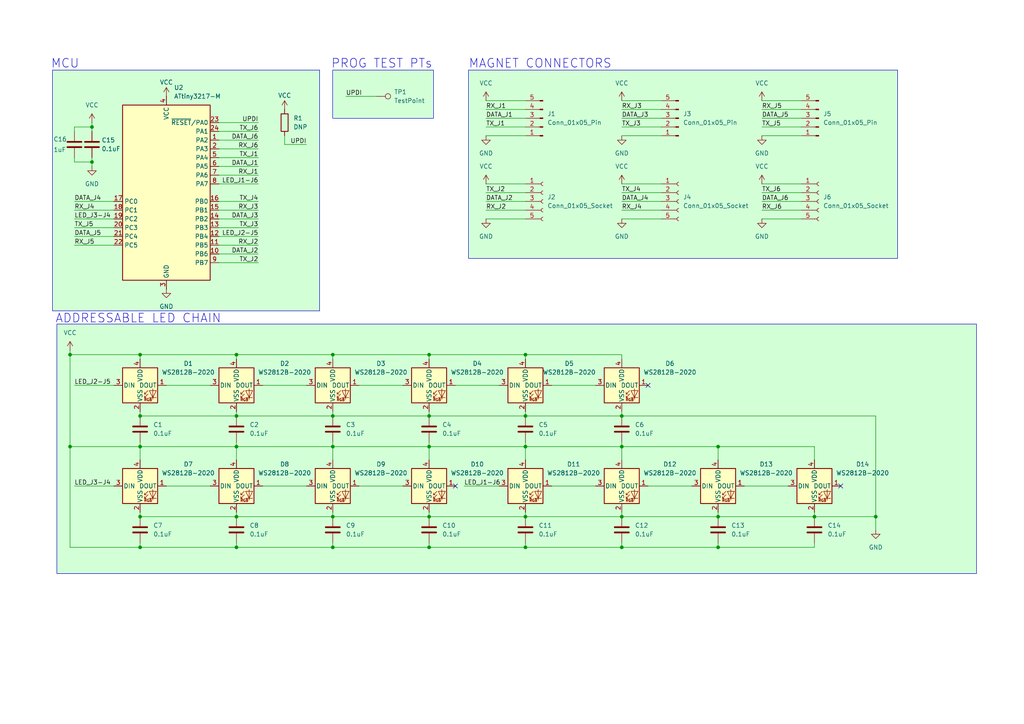
<source format=kicad_sch>
(kicad_sch (version 20231120) (generator "eeschema") (generator_version "8.0")
  (paper "A4")
  (title_block (title "PCB Tile Game") (rev "0.1"))
  (lib_symbols
    (symbol "Connector:Conn_01x05_Pin" (pin_names (offset 1.016) hide)
      (property "Reference" "J" (at 0 7.62 0))
      (property "Value" "Conn_01x05_Pin" (at 0 -7.62 0))
      (symbol "Conn_01x05_Pin_1_1"
        (polyline (pts (xy 1.27 -5.08) (xy 0.8636 -5.08)) (stroke (width 0.1524)))
        (polyline (pts (xy 1.27 -2.54) (xy 0.8636 -2.54)) (stroke (width 0.1524)))
        (polyline (pts (xy 1.27 0) (xy 0.8636 0)) (stroke (width 0.1524)))
        (polyline (pts (xy 1.27 2.54) (xy 0.8636 2.54)) (stroke (width 0.1524)))
        (polyline (pts (xy 1.27 5.08) (xy 0.8636 5.08)) (stroke (width 0.1524)))
        (rectangle (start 0.8636 -4.953) (end 0 -5.207) (stroke (width 0.1524)) (fill (type outline)))
        (rectangle (start 0.8636 -2.413) (end 0 -2.667) (stroke (width 0.1524)) (fill (type outline)))
        (rectangle (start 0.8636 0.127) (end 0 -0.127) (stroke (width 0.1524)) (fill (type outline)))
        (rectangle (start 0.8636 2.667) (end 0 2.413) (stroke (width 0.1524)) (fill (type outline)))
        (rectangle (start 0.8636 5.207) (end 0 4.953) (stroke (width 0.1524)) (fill (type outline)))
        (pin passive line (at 5.08 5.08 180) (length 3.81) (name "Pin_1") (number "1"))
        (pin passive line (at 5.08 2.54 180) (length 3.81) (name "Pin_2") (number "2"))
        (pin passive line (at 5.08 0 180) (length 3.81) (name "Pin_3") (number "3"))
        (pin passive line (at 5.08 -2.54 180) (length 3.81) (name "Pin_4") (number "4"))
        (pin passive line (at 5.08 -5.08 180) (length 3.81) (name "Pin_5") (number "5"))
      )
    )
    (symbol "Connector:Conn_01x05_Socket" (pin_names (offset 1.016) hide)
      (property "Reference" "J" (at 0 7.62 0))
      (property "Value" "Conn_01x05_Socket" (at 0 -7.62 0))
      (symbol "Conn_01x05_Socket_1_1"
        (arc (start 0 -4.572) (mid -0.5058 -5.08) (end 0 -5.588) (stroke (width 0.1524)))
        (arc (start 0 -2.032) (mid -0.5058 -2.54) (end 0 -3.048) (stroke (width 0.1524)))
        (polyline (pts (xy -1.27 -5.08) (xy -0.508 -5.08)) (stroke (width 0.1524)))
        (polyline (pts (xy -1.27 -2.54) (xy -0.508 -2.54)) (stroke (width 0.1524)))
        (polyline (pts (xy -1.27 0) (xy -0.508 0)) (stroke (width 0.1524)))
        (polyline (pts (xy -1.27 2.54) (xy -0.508 2.54)) (stroke (width 0.1524)))
        (polyline (pts (xy -1.27 5.08) (xy -0.508 5.08)) (stroke (width 0.1524)))
        (arc (start 0 0.508) (mid -0.5058 0) (end 0 -0.508) (stroke (width 0.1524)))
        (arc (start 0 3.048) (mid -0.5058 2.54) (end 0 2.032) (stroke (width 0.1524)))
        (arc (start 0 5.588) (mid -0.5058 5.08) (end 0 4.572) (stroke (width 0.1524)))
        (pin passive line (at -5.08 5.08 0) (length 3.81) (name "Pin_1") (number "1"))
        (pin passive line (at -5.08 2.54 0) (length 3.81) (name "Pin_2") (number "2"))
        (pin passive line (at -5.08 0 0) (length 3.81) (name "Pin_3") (number "3"))
        (pin passive line (at -5.08 -2.54 0) (length 3.81) (name "Pin_4") (number "4"))
        (pin passive line (at -5.08 -5.08 0) (length 3.81) (name "Pin_5") (number "5"))
      )
    )
    (symbol "Connector:TestPoint" (pin_numbers hide) (pin_names (offset 0.762) hide)
      (property "Reference" "TP" (at 0 6.858 0))
      (property "Value" "TestPoint" (at 0 5.08 0))
      (symbol "TestPoint_0_1"
        (circle (center 0 3.302) (radius 0.762))
      )
      (symbol "TestPoint_1_1"
        (pin passive line (at 0 0 90) (length 2.54) (name "1") (number "1"))
      )
    )
    (symbol "Device:C" (pin_numbers hide) (pin_names (offset 0.254))
      (property "Reference" "C" (at 0.635 2.54 0))
      (property "Value" "C" (at 0.635 -2.54 0))
      (symbol "C_0_1"
        (polyline (pts (xy -2.032 -0.762) (xy 2.032 -0.762)) (stroke (width 0.508)))
        (polyline (pts (xy -2.032 0.762) (xy 2.032 0.762)) (stroke (width 0.508)))
      )
      (symbol "C_1_1"
        (pin passive line (at 0 3.81 270) (length 2.794) (name "~") (number "1"))
        (pin passive line (at 0 -3.81 90) (length 2.794) (name "~") (number "2"))
      )
    )
    (symbol "Device:R" (pin_numbers hide) (pin_names (offset 0))
      (property "Reference" "R" (at 2.032 0 90))
      (property "Value" "R" (at 0 0 90))
      (symbol "R_0_1"
        (rectangle (start -1.016 -2.54) (end 1.016 2.54) (stroke (width 0.254)))
      )
      (symbol "R_1_1"
        (pin passive line (at 0 3.81 270) (length 1.27) (name "~") (number "1"))
        (pin passive line (at 0 -3.81 90) (length 1.27) (name "~") (number "2"))
      )
    )
    (symbol "LED:WS2812B-2020" (pin_names (offset 0.254))
      (property "Reference" "D" (at 5.08 5.715 0))
      (property "Value" "WS2812B-2020" (at 1.27 -5.715 0))
      (symbol "WS2812B-2020_0_0"
        (text "RGB" (at 2.286 -4.191 0) (effects (font (size 0.762 0.762))))
      )
      (symbol "WS2812B-2020_0_1"
        (polyline (pts (xy 1.27 -3.556) (xy 1.778 -3.556)))
        (polyline (pts (xy 1.27 -2.54) (xy 1.778 -2.54)))
        (polyline (pts (xy 4.699 -3.556) (xy 2.667 -3.556)))
        (polyline (pts (xy 2.286 -2.54) (xy 1.27 -3.556) (xy 1.27 -3.048)))
        (polyline (pts (xy 2.286 -1.524) (xy 1.27 -2.54) (xy 1.27 -2.032)))
        (polyline (pts (xy 3.683 -1.016) (xy 3.683 -3.556) (xy 3.683 -4.064)))
        (polyline (pts (xy 4.699 -1.524) (xy 2.667 -1.524) (xy 3.683 -3.556) (xy 4.699 -1.524)))
        (rectangle (start 5.08 5.08) (end -5.08 -5.08) (stroke (width 0.254)) (fill (type background)))
      )
      (symbol "WS2812B-2020_1_1"
        (pin output line (at 7.62 0 180) (length 2.54) (name "DOUT") (number "1"))
        (pin power_in line (at 0 -7.62 90) (length 2.54) (name "VSS") (number "2"))
        (pin input line (at -7.62 0 0) (length 2.54) (name "DIN") (number "3"))
        (pin power_in line (at 0 7.62 270) (length 2.54) (name "VDD") (number "4"))
      )
    )
    (symbol "MCU_Microchip_ATtiny:ATtiny3217-M"
      (property "Reference" "U" (at -12.7 26.67 0))
      (property "Value" "ATtiny3217-M" (at 2.54 -26.67 0))
      (symbol "ATtiny3217-M_0_1"
        (rectangle (start -12.7 -25.4) (end 12.7 25.4) (stroke (width 0.254)) (fill (type background)))
      )
      (symbol "ATtiny3217-M_1_1"
        (pin bidirectional line (at 15.24 15.24 180) (length 2.54) (name "PA2") (number "1"))
        (pin bidirectional line (at 15.24 -17.78 180) (length 2.54) (name "PB6") (number "10"))
        (pin bidirectional line (at 15.24 -15.24 180) (length 2.54) (name "PB5") (number "11"))
        (pin bidirectional line (at 15.24 -12.7 180) (length 2.54) (name "PB4") (number "12"))
        (pin bidirectional line (at 15.24 -10.16 180) (length 2.54) (name "PB3") (number "13"))
        (pin bidirectional line (at 15.24 -7.62 180) (length 2.54) (name "PB2") (number "14"))
        (pin bidirectional line (at 15.24 -5.08 180) (length 2.54) (name "PB1") (number "15"))
        (pin bidirectional line (at 15.24 -2.54 180) (length 2.54) (name "PB0") (number "16"))
        (pin bidirectional line (at -15.24 -2.54 0) (length 2.54) (name "PC0") (number "17"))
        (pin bidirectional line (at -15.24 -5.08 0) (length 2.54) (name "PC1") (number "18"))
        (pin bidirectional line (at -15.24 -7.62 0) (length 2.54) (name "PC2") (number "19"))
        (pin bidirectional line (at 15.24 12.7 180) (length 2.54) (name "PA3") (number "2"))
        (pin bidirectional line (at -15.24 -10.16 0) (length 2.54) (name "PC3") (number "20"))
        (pin bidirectional line (at -15.24 -12.7 0) (length 2.54) (name "PC4") (number "21"))
        (pin bidirectional line (at -15.24 -15.24 0) (length 2.54) (name "PC5") (number "22"))
        (pin bidirectional line (at 15.24 20.32 180) (length 2.54) (name "~{RESET}/PA0") (number "23"))
        (pin bidirectional line (at 15.24 17.78 180) (length 2.54) (name "PA1") (number "24"))
        (pin passive line (at 0 -27.94 90) (length 2.54) hide (name "GND") (number "25"))
        (pin power_in line (at 0 -27.94 90) (length 2.54) (name "GND") (number "3"))
        (pin power_in line (at 0 27.94 270) (length 2.54) (name "VCC") (number "4"))
        (pin bidirectional line (at 15.24 10.16 180) (length 2.54) (name "PA4") (number "5"))
        (pin bidirectional line (at 15.24 7.62 180) (length 2.54) (name "PA5") (number "6"))
        (pin bidirectional line (at 15.24 5.08 180) (length 2.54) (name "PA6") (number "7"))
        (pin bidirectional line (at 15.24 2.54 180) (length 2.54) (name "PA7") (number "8"))
        (pin bidirectional line (at 15.24 -20.32 180) (length 2.54) (name "PB7") (number "9"))
      )
    )
    (symbol "power:GND" (power) (pin_numbers hide) (pin_names (offset 0) hide)
      (property "Value" "GND" (at 0 -3.81 0))
      (symbol "GND_0_1"
        (polyline (pts (xy 0 0) (xy 0 -1.27) (xy 1.27 -1.27) (xy 0 -2.54) (xy -1.27 -1.27) (xy 0 -1.27)))
      )
      (symbol "GND_1_1"
        (pin power_in line (at 0 0 270) (length 0) (name "~") (number "1"))
      )
    )
    (symbol "power:VCC" (power) (pin_numbers hide) (pin_names (offset 0) hide)
      (property "Value" "VCC" (at 0 3.556 0))
      (symbol "VCC_0_1"
        (polyline (pts (xy -0.762 1.27) (xy 0 2.54)))
        (polyline (pts (xy 0 0) (xy 0 2.54)))
        (polyline (pts (xy 0 2.54) (xy 0.762 1.27)))
      )
      (symbol "VCC_1_1"
        (pin power_in line (at 0 0 90) (length 0) (name "~") (number "1"))
      )
    )
  )
  (junction (at 124.46 102.87))
  (junction (at 40.64 102.87))
  (junction (at 152.4 158.75))
  (junction (at 152.4 102.87))
  (junction (at 152.4 120.65))
  (junction (at 26.67 46.99))
  (junction (at 68.58 129.54))
  (junction (at 96.52 158.75))
  (junction (at 68.58 158.75))
  (junction (at 180.34 149.86))
  (junction (at 208.28 158.75))
  (junction (at 96.52 149.86))
  (junction (at 40.64 149.86))
  (junction (at 124.46 129.54))
  (junction (at 124.46 158.75))
  (junction (at 68.58 102.87))
  (junction (at 96.52 102.87))
  (junction (at 20.32 129.54))
  (junction (at 40.64 129.54))
  (junction (at 68.58 149.86))
  (junction (at 236.22 149.86))
  (junction (at 40.64 120.65))
  (junction (at 124.46 120.65))
  (junction (at 20.32 102.87))
  (junction (at 96.52 120.65))
  (junction (at 96.52 129.54))
  (junction (at 180.34 120.65))
  (junction (at 180.34 129.54))
  (junction (at 208.28 129.54))
  (junction (at 124.46 149.86))
  (junction (at 254 149.86))
  (junction (at 26.67 36.83))
  (junction (at 152.4 149.86))
  (junction (at 68.58 120.65))
  (junction (at 208.28 149.86))
  (junction (at 40.64 158.75))
  (junction (at 152.4 129.54))
  (junction (at 180.34 158.75))
  (no_connect (at 187.96 111.76))
  (no_connect (at 243.84 140.97))
  (no_connect (at 132.08 140.97))
  (wire (pts (xy 208.28 129.54) (xy 208.28 133.35)))
  (wire (pts (xy 40.64 129.54) (xy 68.58 129.54)))
  (wire (pts (xy 40.64 102.87) (xy 68.58 102.87)))
  (wire (pts (xy 180.34 34.29) (xy 191.77 34.29)))
  (wire (pts (xy 26.67 48.26) (xy 26.67 46.99)))
  (wire (pts (xy 68.58 119.38) (xy 68.58 120.65)))
  (wire (pts (xy 63.5 63.5) (xy 74.93 63.5)))
  (wire (pts (xy 63.5 40.64) (xy 74.93 40.64)))
  (wire (pts (xy 236.22 148.59) (xy 236.22 149.86)))
  (wire (pts (xy 140.97 36.83) (xy 152.4 36.83)))
  (wire (pts (xy 124.46 119.38) (xy 124.46 120.65)))
  (wire (pts (xy 180.34 102.87) (xy 180.34 104.14)))
  (wire (pts (xy 152.4 158.75) (xy 180.34 158.75)))
  (wire (pts (xy 21.59 66.04) (xy 33.02 66.04)))
  (wire (pts (xy 124.46 102.87) (xy 152.4 102.87)))
  (wire (pts (xy 40.64 120.65) (xy 68.58 120.65)))
  (wire (pts (xy 208.28 148.59) (xy 208.28 149.86)))
  (wire (pts (xy 20.32 102.87) (xy 40.64 102.87)))
  (wire (pts (xy 63.5 53.34) (xy 74.93 53.34)))
  (wire (pts (xy 21.59 63.5) (xy 33.02 63.5)))
  (wire (pts (xy 124.46 128.27) (xy 124.46 129.54)))
  (wire (pts (xy 20.32 158.75) (xy 20.32 129.54)))
  (wire (pts (xy 63.5 58.42) (xy 74.93 58.42)))
  (wire (pts (xy 68.58 129.54) (xy 96.52 129.54)))
  (wire (pts (xy 40.64 120.65) (xy 40.64 119.38)))
  (wire (pts (xy 63.5 43.18) (xy 74.93 43.18)))
  (wire (pts (xy 63.5 60.96) (xy 74.93 60.96)))
  (wire (pts (xy 21.59 36.83) (xy 21.59 38.1)))
  (wire (pts (xy 96.52 129.54) (xy 124.46 129.54)))
  (wire (pts (xy 140.97 53.34) (xy 152.4 53.34)))
  (wire (pts (xy 40.64 148.59) (xy 40.64 149.86)))
  (wire (pts (xy 63.5 48.26) (xy 74.93 48.26)))
  (wire (pts (xy 40.64 129.54) (xy 40.64 133.35)))
  (wire (pts (xy 124.46 129.54) (xy 152.4 129.54)))
  (wire (pts (xy 63.5 45.72) (xy 74.93 45.72)))
  (wire (pts (xy 180.34 120.65) (xy 254 120.65)))
  (wire (pts (xy 152.4 149.86) (xy 180.34 149.86)))
  (wire (pts (xy 236.22 158.75) (xy 236.22 157.48)))
  (wire (pts (xy 96.52 158.75) (xy 124.46 158.75)))
  (wire (pts (xy 152.4 120.65) (xy 180.34 120.65)))
  (wire (pts (xy 63.5 73.66) (xy 74.93 73.66)))
  (wire (pts (xy 21.59 60.96) (xy 33.02 60.96)))
  (wire (pts (xy 96.52 120.65) (xy 124.46 120.65)))
  (wire (pts (xy 208.28 149.86) (xy 236.22 149.86)))
  (wire (pts (xy 124.46 148.59) (xy 124.46 149.86)))
  (wire (pts (xy 220.98 34.29) (xy 232.41 34.29)))
  (wire (pts (xy 140.97 31.75) (xy 152.4 31.75)))
  (wire (pts (xy 140.97 55.88) (xy 152.4 55.88)))
  (wire (pts (xy 40.64 158.75) (xy 68.58 158.75)))
  (wire (pts (xy 124.46 129.54) (xy 124.46 133.35)))
  (wire (pts (xy 180.34 36.83) (xy 191.77 36.83)))
  (wire (pts (xy 21.59 71.12) (xy 33.02 71.12)))
  (wire (pts (xy 21.59 36.83) (xy 26.67 36.83)))
  (wire (pts (xy 96.52 102.87) (xy 96.52 104.14)))
  (wire (pts (xy 76.2 140.97) (xy 88.9 140.97)))
  (wire (pts (xy 160.02 111.76) (xy 172.72 111.76)))
  (wire (pts (xy 26.67 46.99) (xy 21.59 46.99)))
  (wire (pts (xy 100.33 27.94) (xy 109.22 27.94)))
  (wire (pts (xy 180.34 129.54) (xy 180.34 128.27)))
  (wire (pts (xy 124.46 120.65) (xy 152.4 120.65)))
  (wire (pts (xy 180.34 149.86) (xy 208.28 149.86)))
  (wire (pts (xy 124.46 149.86) (xy 152.4 149.86)))
  (wire (pts (xy 40.64 129.54) (xy 20.32 129.54)))
  (wire (pts (xy 26.67 46.99) (xy 26.67 45.72)))
  (wire (pts (xy 63.5 76.2) (xy 74.93 76.2)))
  (wire (pts (xy 220.98 31.75) (xy 232.41 31.75)))
  (wire (pts (xy 68.58 102.87) (xy 68.58 104.14)))
  (wire (pts (xy 68.58 102.87) (xy 96.52 102.87)))
  (wire (pts (xy 160.02 140.97) (xy 172.72 140.97)))
  (wire (pts (xy 124.46 102.87) (xy 124.46 104.14)))
  (wire (pts (xy 21.59 111.76) (xy 33.02 111.76)))
  (wire (pts (xy 152.4 129.54) (xy 180.34 129.54)))
  (wire (pts (xy 220.98 29.21) (xy 232.41 29.21)))
  (wire (pts (xy 104.14 111.76) (xy 116.84 111.76)))
  (wire (pts (xy 21.59 68.58) (xy 33.02 68.58)))
  (wire (pts (xy 68.58 120.65) (xy 96.52 120.65)))
  (wire (pts (xy 134.62 140.97) (xy 144.78 140.97)))
  (wire (pts (xy 68.58 158.75) (xy 68.58 157.48)))
  (wire (pts (xy 40.64 158.75) (xy 40.64 157.48)))
  (wire (pts (xy 96.52 158.75) (xy 96.52 157.48)))
  (wire (pts (xy 208.28 129.54) (xy 236.22 129.54)))
  (wire (pts (xy 76.2 111.76) (xy 88.9 111.76)))
  (wire (pts (xy 140.97 39.37) (xy 152.4 39.37)))
  (wire (pts (xy 48.26 140.97) (xy 60.96 140.97)))
  (wire (pts (xy 140.97 58.42) (xy 152.4 58.42)))
  (wire (pts (xy 21.59 58.42) (xy 33.02 58.42)))
  (wire (pts (xy 180.34 158.75) (xy 208.28 158.75)))
  (wire (pts (xy 180.34 119.38) (xy 180.34 120.65)))
  (wire (pts (xy 96.52 148.59) (xy 96.52 149.86)))
  (wire (pts (xy 20.32 102.87) (xy 20.32 129.54)))
  (wire (pts (xy 180.34 60.96) (xy 191.77 60.96)))
  (wire (pts (xy 254 120.65) (xy 254 149.86)))
  (wire (pts (xy 180.34 63.5) (xy 191.77 63.5)))
  (wire (pts (xy 180.34 129.54) (xy 208.28 129.54)))
  (wire (pts (xy 140.97 60.96) (xy 152.4 60.96)))
  (wire (pts (xy 96.52 129.54) (xy 96.52 133.35)))
  (wire (pts (xy 180.34 39.37) (xy 191.77 39.37)))
  (wire (pts (xy 20.32 102.87) (xy 20.32 101.6)))
  (wire (pts (xy 96.52 128.27) (xy 96.52 129.54)))
  (wire (pts (xy 152.4 158.75) (xy 152.4 157.48)))
  (wire (pts (xy 220.98 63.5) (xy 232.41 63.5)))
  (wire (pts (xy 180.34 53.34) (xy 191.77 53.34)))
  (wire (pts (xy 40.64 158.75) (xy 20.32 158.75)))
  (wire (pts (xy 63.5 68.58) (xy 74.93 68.58)))
  (wire (pts (xy 48.26 111.76) (xy 60.96 111.76)))
  (wire (pts (xy 124.46 158.75) (xy 152.4 158.75)))
  (wire (pts (xy 140.97 34.29) (xy 152.4 34.29)))
  (wire (pts (xy 63.5 71.12) (xy 74.93 71.12)))
  (wire (pts (xy 124.46 158.75) (xy 124.46 157.48)))
  (wire (pts (xy 40.64 128.27) (xy 40.64 129.54)))
  (wire (pts (xy 68.58 149.86) (xy 96.52 149.86)))
  (wire (pts (xy 68.58 128.27) (xy 68.58 129.54)))
  (wire (pts (xy 220.98 36.83) (xy 232.41 36.83)))
  (wire (pts (xy 220.98 53.34) (xy 232.41 53.34)))
  (wire (pts (xy 180.34 31.75) (xy 191.77 31.75)))
  (wire (pts (xy 220.98 60.96) (xy 232.41 60.96)))
  (wire (pts (xy 96.52 149.86) (xy 124.46 149.86)))
  (wire (pts (xy 180.34 129.54) (xy 180.34 133.35)))
  (wire (pts (xy 220.98 39.37) (xy 232.41 39.37)))
  (wire (pts (xy 152.4 148.59) (xy 152.4 149.86)))
  (wire (pts (xy 68.58 129.54) (xy 68.58 133.35)))
  (wire (pts (xy 215.9 140.97) (xy 228.6 140.97)))
  (wire (pts (xy 180.34 148.59) (xy 180.34 149.86)))
  (wire (pts (xy 220.98 58.42) (xy 232.41 58.42)))
  (wire (pts (xy 63.5 35.56) (xy 74.93 35.56)))
  (wire (pts (xy 96.52 102.87) (xy 124.46 102.87)))
  (wire (pts (xy 63.5 66.04) (xy 74.93 66.04)))
  (wire (pts (xy 187.96 140.97) (xy 200.66 140.97)))
  (wire (pts (xy 152.4 119.38) (xy 152.4 120.65)))
  (wire (pts (xy 236.22 149.86) (xy 254 149.86)))
  (wire (pts (xy 152.4 129.54) (xy 152.4 128.27)))
  (wire (pts (xy 40.64 102.87) (xy 40.64 104.14)))
  (wire (pts (xy 236.22 133.35) (xy 236.22 129.54)))
  (wire (pts (xy 152.4 129.54) (xy 152.4 133.35)))
  (wire (pts (xy 26.67 35.56) (xy 26.67 36.83)))
  (wire (pts (xy 68.58 148.59) (xy 68.58 149.86)))
  (wire (pts (xy 96.52 119.38) (xy 96.52 120.65)))
  (wire (pts (xy 180.34 55.88) (xy 191.77 55.88)))
  (wire (pts (xy 63.5 50.8) (xy 74.93 50.8)))
  (wire (pts (xy 180.34 58.42) (xy 191.77 58.42)))
  (wire (pts (xy 74.93 38.1) (xy 63.5 38.1)))
  (wire (pts (xy 40.64 149.86) (xy 68.58 149.86)))
  (wire (pts (xy 21.59 140.97) (xy 33.02 140.97)))
  (wire (pts (xy 208.28 158.75) (xy 236.22 158.75)))
  (wire (pts (xy 82.55 41.91) (xy 82.55 39.37)))
  (wire (pts (xy 220.98 55.88) (xy 232.41 55.88)))
  (wire (pts (xy 68.58 158.75) (xy 96.52 158.75)))
  (wire (pts (xy 88.9 41.91) (xy 82.55 41.91)))
  (wire (pts (xy 180.34 29.21) (xy 191.77 29.21)))
  (wire (pts (xy 152.4 102.87) (xy 180.34 102.87)))
  (wire (pts (xy 21.59 46.99) (xy 21.59 45.72)))
  (wire (pts (xy 26.67 36.83) (xy 26.67 38.1)))
  (wire (pts (xy 132.08 111.76) (xy 144.78 111.76)))
  (wire (pts (xy 104.14 140.97) (xy 116.84 140.97)))
  (wire (pts (xy 180.34 158.75) (xy 180.34 157.48)))
  (wire (pts (xy 254 149.86) (xy 254 153.67)))
  (wire (pts (xy 140.97 63.5) (xy 152.4 63.5)))
  (wire (pts (xy 152.4 102.87) (xy 152.4 104.14)))
  (wire (pts (xy 208.28 158.75) (xy 208.28 157.48)))
  (wire (pts (xy 140.97 29.21) (xy 152.4 29.21)))
  (rectangle (start 16.51 93.98) (end 283.21 166.37) (fill (type color) (color 211 255 215 1)))
  (rectangle (start 15.24 20.32) (end 92.71 90.17) (fill (type color) (color 211 255 215 1)))
  (rectangle (start 135.89 20.32) (end 260.35 74.93) (fill (type color) (color 211 255 215 1)))
  (rectangle (start 96.52 20.32) (end 125.73 34.29) (fill (type color) (color 211 255 215 1)))
  (text "PROG TEST PTs" (at 96.012 18.542 0) (effects (font (size 2.54 2.54)) (justify left)))
  (text "MCU" (at 14.732 18.542 0) (effects (font (size 2.54 2.54)) (justify left)))
  (text "ADDRESSABLE LED CHAIN" (at 16.002 92.456 0) (effects (font (size 2.54 2.54)) (justify left)))
  (text "MAGNET CONNECTORS" (at 135.89 18.542 0) (effects (font (size 2.54 2.54)) (justify left)))
  (label "RX_J1" (at 140.97 31.75 0))
  (label "TX_J5" (at 21.59 66.04 0))
  (label "RX_J3" (at 74.93 60.96 180))
  (label "DATA_J4" (at 21.59 58.42 0))
  (label "TX_J1" (at 74.93 45.72 180))
  (label "UPDI" (at 74.93 35.56 180))
  (label "RX_J6" (at 74.93 43.18 180))
  (label "DATA_J5" (at 220.98 34.29 0))
  (label "LED_J3-J4" (at 21.59 140.97 0))
  (label "TX_J6" (at 74.93 38.1 180))
  (label "DATA_J5" (at 21.59 68.58 0))
  (label "RX_J6" (at 220.98 60.96 0))
  (label "RX_J5" (at 21.59 71.12 0))
  (label "DATA_J1" (at 74.93 48.26 180))
  (label "LED_J1-J6" (at 74.93 53.34 180))
  (label "DATA_J2" (at 74.93 73.66 180))
  (label "UPDI" (at 88.9 41.91 180))
  (label "DATA_J3" (at 180.34 34.29 0))
  (label "DATA_J4" (at 180.34 58.42 0))
  (label "RX_J4" (at 21.59 60.96 0))
  (label "DATA_J1" (at 140.97 34.29 0))
  (label "RX_J2" (at 140.97 60.96 0))
  (label "LED_J1-J6" (at 134.62 140.97 0))
  (label "DATA_J2" (at 140.97 58.42 0))
  (label "LED_J3-J4" (at 21.59 63.5 0))
  (label "RX_J4" (at 180.34 60.96 0))
  (label "DATA_J6" (at 220.98 58.42 0))
  (label "RX_J2" (at 74.93 71.12 180))
  (label "LED_J2-J5" (at 21.59 111.76 0))
  (label "TX_J1" (at 140.97 36.83 0))
  (label "TX_J4" (at 180.34 55.88 0))
  (label "TX_J3" (at 180.34 36.83 0))
  (label "RX_J3" (at 180.34 31.75 0))
  (label "TX_J2" (at 140.97 55.88 0))
  (label "RX_J1" (at 74.93 50.8 180))
  (label "LED_J2-J5" (at 74.93 68.58 180))
  (label "TX_J2" (at 74.93 76.2 180))
  (label "TX_J6" (at 220.98 55.88 0))
  (label "TX_J3" (at 74.93 66.04 180))
  (label "UPDI" (at 100.33 27.94 0))
  (label "DATA_J3" (at 74.93 63.5 180))
  (label "TX_J5" (at 220.98 36.83 0))
  (label "TX_J4" (at 74.93 58.42 180))
  (label "RX_J5" (at 220.98 31.75 0))
  (label "DATA_J6" (at 74.93 40.64 180))
  (symbol (lib_id "Connector:TestPoint") (at 109.22 27.94 270) (unit 1)
    (property "Reference" "TP1" (at 114.3 26.6699 90) (effects (justify left)))
    (property "Value" "TestPoint" (at 114.3 29.2099 90) (effects (justify left)))
    (property "Footprint" "TestPoint:TestPoint_Pad_2.0x2.0mm" (effects (hide yes)))
    (property "Description" "test point" (effects (hide yes)))
  )
  (symbol (lib_id "power:GND") (at 140.97 63.5 0) (unit 1)
    (property "Reference" "#PWR04" (effects (hide yes)))
    (property "Value" "GND" (at 140.97 68.58 0))
    (property "Description" "Power symbol creates a global label with name \"GND\" , ground" (effects (hide yes)))
  )
  (symbol (lib_id "power:VCC") (at 26.67 35.56 0) (unit 1)
    (property "Reference" "#PWR015" (effects (hide yes)))
    (property "Value" "VCC" (at 26.67 30.48 0))
    (property "Description" "Power symbol creates a global label with name \"VCC\"" (effects (hide yes)))
  )
  (symbol (lib_id "LED:WS2812B-2020") (at 40.64 111.76 0) (unit 1)
    (property "Reference" "D1" (at 54.61 105.4414 0))
    (property "Value" "WS2812B-2020" (at 54.61 107.9814 0))
    (property "Footprint" "LED_SMD:LED_WS2812B-2020_PLCC4_2.0x2.0mm" (effects (hide yes)))
    (property "Datasheet" "https://cdn-shop.adafruit.com/product-files/4684/4684_WS2812B-2020_V1.3_EN.pdf" (effects (hide yes)))
    (property "Description" "RGB LED with integrated controller, 2.0 x 2.0 mm, 12 mA" (effects (hide yes)))
  )
  (symbol (lib_id "power:GND") (at 140.97 39.37 0) (unit 1)
    (property "Reference" "#PWR02" (effects (hide yes)))
    (property "Value" "GND" (at 140.97 44.45 0))
    (property "Description" "Power symbol creates a global label with name \"GND\" , ground" (effects (hide yes)))
  )
  (symbol (lib_id "power:VCC") (at 220.98 29.21 0) (unit 1)
    (property "Reference" "#PWR09" (effects (hide yes)))
    (property "Value" "VCC" (at 220.98 24.13 0))
    (property "Description" "Power symbol creates a global label with name \"VCC\"" (effects (hide yes)))
  )
  (symbol (lib_id "Device:C") (at 40.64 124.46 0) (unit 1)
    (property "Reference" "C1" (at 44.45 123.1899 0) (effects (justify left)))
    (property "Value" "0.1uF" (at 44.45 125.7299 0) (effects (justify left)))
    (property "Footprint" "Capacitor_SMD:C_0603_1608Metric_Pad1.08x0.95mm_HandSolder" (effects (hide yes)))
    (property "Description" "Unpolarized capacitor" (effects (hide yes)))
  )
  (symbol (lib_id "power:VCC") (at 180.34 29.21 0) (unit 1)
    (property "Reference" "#PWR05" (effects (hide yes)))
    (property "Value" "VCC" (at 180.34 24.13 0))
    (property "Description" "Power symbol creates a global label with name \"VCC\"" (effects (hide yes)))
  )
  (symbol (lib_id "Device:C") (at 124.46 153.67 0) (unit 1)
    (property "Reference" "C10" (at 128.27 152.3999 0) (effects (justify left)))
    (property "Value" "0.1uF" (at 128.27 154.9399 0) (effects (justify left)))
    (property "Footprint" "Capacitor_SMD:C_0603_1608Metric_Pad1.08x0.95mm_HandSolder" (effects (hide yes)))
    (property "Description" "Unpolarized capacitor" (effects (hide yes)))
  )
  (symbol (lib_id "power:GND") (at 180.34 63.5 0) (unit 1)
    (property "Reference" "#PWR08" (effects (hide yes)))
    (property "Value" "GND" (at 180.34 68.58 0))
    (property "Description" "Power symbol creates a global label with name \"GND\" , ground" (effects (hide yes)))
  )
  (symbol (lib_id "Device:C") (at 40.64 153.67 0) (unit 1)
    (property "Reference" "C7" (at 44.45 152.3999 0) (effects (justify left)))
    (property "Value" "0.1uF" (at 44.45 154.9399 0) (effects (justify left)))
    (property "Footprint" "Capacitor_SMD:C_0603_1608Metric_Pad1.08x0.95mm_HandSolder" (effects (hide yes)))
    (property "Description" "Unpolarized capacitor" (effects (hide yes)))
  )
  (symbol (lib_id "Connector:Conn_01x05_Socket") (at 157.48 58.42 0) (unit 1)
    (property "Reference" "J2" (at 158.75 57.1499 0) (effects (justify left)))
    (property "Value" "Conn_01x05_Socket" (at 158.75 59.6899 0) (effects (justify left)))
    (property "Footprint" "Connector_PinSocket_2.54mm:PinSocket_1x05_P2.54mm_Vertical" (effects (hide yes)))
    (property "Description" "Generic connector, single row, 01x05, script generated" (effects (hide yes)))
  )
  (symbol (lib_id "LED:WS2812B-2020") (at 152.4 111.76 0) (unit 1)
    (property "Reference" "D5" (at 165.1 105.4414 0))
    (property "Value" "WS2812B-2020" (at 165.1 107.9814 0))
    (property "Footprint" "LED_SMD:LED_WS2812B-2020_PLCC4_2.0x2.0mm" (effects (hide yes)))
    (property "Datasheet" "https://cdn-shop.adafruit.com/product-files/4684/4684_WS2812B-2020_V1.3_EN.pdf" (effects (hide yes)))
    (property "Description" "RGB LED with integrated controller, 2.0 x 2.0 mm, 12 mA" (effects (hide yes)))
  )
  (symbol (lib_id "LED:WS2812B-2020") (at 180.34 111.76 0) (unit 1)
    (property "Reference" "D6" (at 194.31 105.4414 0))
    (property "Value" "WS2812B-2020" (at 194.31 107.9814 0))
    (property "Footprint" "LED_SMD:LED_WS2812B-2020_PLCC4_2.0x2.0mm" (effects (hide yes)))
    (property "Datasheet" "https://cdn-shop.adafruit.com/product-files/4684/4684_WS2812B-2020_V1.3_EN.pdf" (effects (hide yes)))
    (property "Description" "RGB LED with integrated controller, 2.0 x 2.0 mm, 12 mA" (effects (hide yes)))
  )
  (symbol (lib_id "LED:WS2812B-2020") (at 124.46 111.76 0) (unit 1)
    (property "Reference" "D4" (at 138.43 105.4414 0))
    (property "Value" "WS2812B-2020" (at 138.43 107.9814 0))
    (property "Footprint" "LED_SMD:LED_WS2812B-2020_PLCC4_2.0x2.0mm" (effects (hide yes)))
    (property "Datasheet" "https://cdn-shop.adafruit.com/product-files/4684/4684_WS2812B-2020_V1.3_EN.pdf" (effects (hide yes)))
    (property "Description" "RGB LED with integrated controller, 2.0 x 2.0 mm, 12 mA" (effects (hide yes)))
  )
  (symbol (lib_id "Device:C") (at 21.59 41.91 0) (unit 1)
    (property "Reference" "C16" (at 15.494 40.386 0) (effects (justify left)))
    (property "Value" "1uF" (at 15.494 43.434 0) (effects (justify left)))
    (property "Footprint" "Capacitor_SMD:C_0603_1608Metric_Pad1.08x0.95mm_HandSolder" (effects (hide yes)))
    (property "Description" "Unpolarized capacitor" (effects (hide yes)))
  )
  (symbol (lib_id "LED:WS2812B-2020") (at 236.22 140.97 0) (unit 1)
    (property "Reference" "D14" (at 250.19 134.6514 0))
    (property "Value" "WS2812B-2020" (at 250.19 137.1914 0))
    (property "Footprint" "LED_SMD:LED_WS2812B-2020_PLCC4_2.0x2.0mm" (effects (hide yes)))
    (property "Datasheet" "https://cdn-shop.adafruit.com/product-files/4684/4684_WS2812B-2020_V1.3_EN.pdf" (effects (hide yes)))
    (property "Description" "RGB LED with integrated controller, 2.0 x 2.0 mm, 12 mA" (effects (hide yes)))
  )
  (symbol (lib_id "power:GND") (at 254 153.67 0) (unit 1)
    (property "Reference" "#PWR019" (effects (hide yes)))
    (property "Value" "GND" (at 254 158.75 0))
    (property "Description" "Power symbol creates a global label with name \"GND\" , ground" (effects (hide yes)))
  )
  (symbol (lib_id "power:GND") (at 220.98 63.5 0) (unit 1)
    (property "Reference" "#PWR012" (effects (hide yes)))
    (property "Value" "GND" (at 220.98 68.58 0))
    (property "Description" "Power symbol creates a global label with name \"GND\" , ground" (effects (hide yes)))
  )
  (symbol (lib_id "power:VCC") (at 48.26 27.94 0) (unit 1)
    (property "Reference" "#PWR013" (effects (hide yes)))
    (property "Value" "VCC" (at 48.26 23.876 0))
    (property "Description" "Power symbol creates a global label with name \"VCC\"" (effects (hide yes)))
  )
  (symbol (lib_id "power:VCC") (at 20.32 101.6 0) (unit 1)
    (property "Reference" "#PWR020" (effects (hide yes)))
    (property "Value" "VCC" (at 20.32 96.52 0))
    (property "Description" "Power symbol creates a global label with name \"VCC\"" (effects (hide yes)))
  )
  (symbol (lib_id "Device:C") (at 152.4 124.46 0) (unit 1)
    (property "Reference" "C5" (at 156.21 123.1899 0) (effects (justify left)))
    (property "Value" "0.1uF" (at 156.21 125.7299 0) (effects (justify left)))
    (property "Footprint" "Capacitor_SMD:C_0603_1608Metric_Pad1.08x0.95mm_HandSolder" (effects (hide yes)))
    (property "Description" "Unpolarized capacitor" (effects (hide yes)))
  )
  (symbol (lib_id "Device:C") (at 96.52 153.67 0) (unit 1)
    (property "Reference" "C9" (at 100.33 152.3999 0) (effects (justify left)))
    (property "Value" "0.1uF" (at 100.33 154.9399 0) (effects (justify left)))
    (property "Footprint" "Capacitor_SMD:C_0603_1608Metric_Pad1.08x0.95mm_HandSolder" (effects (hide yes)))
    (property "Description" "Unpolarized capacitor" (effects (hide yes)))
  )
  (symbol (lib_id "Connector:Conn_01x05_Pin") (at 237.49 34.29 180) (unit 1)
    (property "Reference" "J5" (at 238.76 33.0199 0) (effects (justify right)))
    (property "Value" "Conn_01x05_Pin" (at 238.76 35.5599 0) (effects (justify right)))
    (property "Footprint" "Connector_PinHeader_2.54mm:PinHeader_1x05_P2.54mm_Vertical" (effects (hide yes)))
    (property "Description" "Generic connector, single row, 01x05, script generated" (effects (hide yes)))
  )
  (symbol (lib_id "power:GND") (at 220.98 39.37 0) (unit 1)
    (property "Reference" "#PWR010" (effects (hide yes)))
    (property "Value" "GND" (at 220.98 44.45 0))
    (property "Description" "Power symbol creates a global label with name \"GND\" , ground" (effects (hide yes)))
  )
  (symbol (lib_id "power:GND") (at 48.26 83.82 0) (unit 1)
    (property "Reference" "#PWR014" (effects (hide yes)))
    (property "Value" "GND" (at 48.26 88.9 0))
    (property "Description" "Power symbol creates a global label with name \"GND\" , ground" (effects (hide yes)))
  )
  (symbol (lib_id "LED:WS2812B-2020") (at 68.58 111.76 0) (unit 1)
    (property "Reference" "D2" (at 82.55 105.4414 0))
    (property "Value" "WS2812B-2020" (at 82.55 107.9814 0))
    (property "Footprint" "LED_SMD:LED_WS2812B-2020_PLCC4_2.0x2.0mm" (effects (hide yes)))
    (property "Datasheet" "https://cdn-shop.adafruit.com/product-files/4684/4684_WS2812B-2020_V1.3_EN.pdf" (effects (hide yes)))
    (property "Description" "RGB LED with integrated controller, 2.0 x 2.0 mm, 12 mA" (effects (hide yes)))
  )
  (symbol (lib_id "Device:C") (at 208.28 153.67 0) (unit 1)
    (property "Reference" "C13" (at 212.09 152.3999 0) (effects (justify left)))
    (property "Value" "0.1uF" (at 212.09 154.9399 0) (effects (justify left)))
    (property "Footprint" "Capacitor_SMD:C_0603_1608Metric_Pad1.08x0.95mm_HandSolder" (effects (hide yes)))
    (property "Description" "Unpolarized capacitor" (effects (hide yes)))
  )
  (symbol (lib_id "Connector:Conn_01x05_Socket") (at 196.85 58.42 0) (unit 1)
    (property "Reference" "J4" (at 198.12 57.1499 0) (effects (justify left)))
    (property "Value" "Conn_01x05_Socket" (at 198.12 59.6899 0) (effects (justify left)))
    (property "Footprint" "Connector_PinSocket_2.54mm:PinSocket_1x05_P2.54mm_Vertical" (effects (hide yes)))
    (property "Description" "Generic connector, single row, 01x05, script generated" (effects (hide yes)))
  )
  (symbol (lib_id "LED:WS2812B-2020") (at 180.34 140.97 0) (unit 1)
    (property "Reference" "D12" (at 194.31 134.6514 0))
    (property "Value" "WS2812B-2020" (at 194.31 137.1914 0))
    (property "Footprint" "LED_SMD:LED_WS2812B-2020_PLCC4_2.0x2.0mm" (effects (hide yes)))
    (property "Datasheet" "https://cdn-shop.adafruit.com/product-files/4684/4684_WS2812B-2020_V1.3_EN.pdf" (effects (hide yes)))
    (property "Description" "RGB LED with integrated controller, 2.0 x 2.0 mm, 12 mA" (effects (hide yes)))
  )
  (symbol (lib_id "Device:C") (at 96.52 124.46 0) (unit 1)
    (property "Reference" "C3" (at 100.33 123.1899 0) (effects (justify left)))
    (property "Value" "0.1uF" (at 100.33 125.7299 0) (effects (justify left)))
    (property "Footprint" "Capacitor_SMD:C_0603_1608Metric_Pad1.08x0.95mm_HandSolder" (effects (hide yes)))
    (property "Description" "Unpolarized capacitor" (effects (hide yes)))
  )
  (symbol (lib_id "power:VCC") (at 220.98 53.34 0) (unit 1)
    (property "Reference" "#PWR011" (effects (hide yes)))
    (property "Value" "VCC" (at 220.98 48.26 0))
    (property "Description" "Power symbol creates a global label with name \"VCC\"" (effects (hide yes)))
  )
  (symbol (lib_id "Connector:Conn_01x05_Socket") (at 237.49 58.42 0) (unit 1)
    (property "Reference" "J6" (at 238.76 57.1499 0) (effects (justify left)))
    (property "Value" "Conn_01x05_Socket" (at 238.76 59.6899 0) (effects (justify left)))
    (property "Footprint" "Connector_PinSocket_2.54mm:PinSocket_1x05_P2.54mm_Vertical" (effects (hide yes)))
    (property "Description" "Generic connector, single row, 01x05, script generated" (effects (hide yes)))
  )
  (symbol (lib_id "LED:WS2812B-2020") (at 124.46 140.97 0) (unit 1)
    (property "Reference" "D10" (at 138.43 134.6514 0))
    (property "Value" "WS2812B-2020" (at 138.43 137.1914 0))
    (property "Footprint" "LED_SMD:LED_WS2812B-2020_PLCC4_2.0x2.0mm" (effects (hide yes)))
    (property "Datasheet" "https://cdn-shop.adafruit.com/product-files/4684/4684_WS2812B-2020_V1.3_EN.pdf" (effects (hide yes)))
    (property "Description" "RGB LED with integrated controller, 2.0 x 2.0 mm, 12 mA" (effects (hide yes)))
  )
  (symbol (lib_id "power:VCC") (at 140.97 53.34 0) (unit 1)
    (property "Reference" "#PWR03" (effects (hide yes)))
    (property "Value" "VCC" (at 140.97 48.26 0))
    (property "Description" "Power symbol creates a global label with name \"VCC\"" (effects (hide yes)))
  )
  (symbol (lib_id "Device:C") (at 26.67 41.91 0) (unit 1)
    (property "Reference" "C15" (at 29.464 40.64 0) (effects (justify left)))
    (property "Value" "0.1uF" (at 29.464 43.18 0) (effects (justify left)))
    (property "Footprint" "Capacitor_SMD:C_0603_1608Metric_Pad1.08x0.95mm_HandSolder" (effects (hide yes)))
    (property "Description" "Unpolarized capacitor" (effects (hide yes)))
  )
  (symbol (lib_id "Device:C") (at 180.34 153.67 0) (unit 1)
    (property "Reference" "C12" (at 184.15 152.3999 0) (effects (justify left)))
    (property "Value" "0.1uF" (at 184.15 154.9399 0) (effects (justify left)))
    (property "Footprint" "Capacitor_SMD:C_0603_1608Metric_Pad1.08x0.95mm_HandSolder" (effects (hide yes)))
    (property "Description" "Unpolarized capacitor" (effects (hide yes)))
  )
  (symbol (lib_id "LED:WS2812B-2020") (at 152.4 140.97 0) (unit 1)
    (property "Reference" "D11" (at 166.37 134.6514 0))
    (property "Value" "WS2812B-2020" (at 166.37 137.1914 0))
    (property "Footprint" "LED_SMD:LED_WS2812B-2020_PLCC4_2.0x2.0mm" (effects (hide yes)))
    (property "Datasheet" "https://cdn-shop.adafruit.com/product-files/4684/4684_WS2812B-2020_V1.3_EN.pdf" (effects (hide yes)))
    (property "Description" "RGB LED with integrated controller, 2.0 x 2.0 mm, 12 mA" (effects (hide yes)))
  )
  (symbol (lib_id "Device:C") (at 180.34 124.46 0) (unit 1)
    (property "Reference" "C6" (at 184.15 123.1899 0) (effects (justify left)))
    (property "Value" "0.1uF" (at 184.15 125.7299 0) (effects (justify left)))
    (property "Footprint" "Capacitor_SMD:C_0603_1608Metric_Pad1.08x0.95mm_HandSolder" (effects (hide yes)))
    (property "Description" "Unpolarized capacitor" (effects (hide yes)))
  )
  (symbol (lib_id "Device:C") (at 124.46 124.46 0) (unit 1)
    (property "Reference" "C4" (at 128.27 123.1899 0) (effects (justify left)))
    (property "Value" "0.1uF" (at 128.27 125.7299 0) (effects (justify left)))
    (property "Footprint" "Capacitor_SMD:C_0603_1608Metric_Pad1.08x0.95mm_HandSolder" (effects (hide yes)))
    (property "Description" "Unpolarized capacitor" (effects (hide yes)))
  )
  (symbol (lib_id "Device:C") (at 236.22 153.67 0) (unit 1)
    (property "Reference" "C14" (at 240.03 152.3999 0) (effects (justify left)))
    (property "Value" "0.1uF" (at 240.03 154.9399 0) (effects (justify left)))
    (property "Footprint" "Capacitor_SMD:C_0603_1608Metric_Pad1.08x0.95mm_HandSolder" (effects (hide yes)))
    (property "Description" "Unpolarized capacitor" (effects (hide yes)))
  )
  (symbol (lib_id "power:VCC") (at 140.97 29.21 0) (unit 1)
    (property "Reference" "#PWR01" (effects (hide yes)))
    (property "Value" "VCC" (at 140.97 24.13 0))
    (property "Description" "Power symbol creates a global label with name \"VCC\"" (effects (hide yes)))
  )
  (symbol (lib_id "Connector:Conn_01x05_Pin") (at 196.85 34.29 180) (unit 1)
    (property "Reference" "J3" (at 198.12 33.0199 0) (effects (justify right)))
    (property "Value" "Conn_01x05_Pin" (at 198.12 35.5599 0) (effects (justify right)))
    (property "Footprint" "Connector_PinHeader_2.54mm:PinHeader_1x05_P2.54mm_Vertical" (effects (hide yes)))
    (property "Description" "Generic connector, single row, 01x05, script generated" (effects (hide yes)))
  )
  (symbol (lib_id "LED:WS2812B-2020") (at 68.58 140.97 0) (unit 1)
    (property "Reference" "D8" (at 82.55 134.6514 0))
    (property "Value" "WS2812B-2020" (at 82.55 137.1914 0))
    (property "Footprint" "LED_SMD:LED_WS2812B-2020_PLCC4_2.0x2.0mm" (effects (hide yes)))
    (property "Datasheet" "https://cdn-shop.adafruit.com/product-files/4684/4684_WS2812B-2020_V1.3_EN.pdf" (effects (hide yes)))
    (property "Description" "RGB LED with integrated controller, 2.0 x 2.0 mm, 12 mA" (effects (hide yes)))
  )
  (symbol (lib_id "LED:WS2812B-2020") (at 96.52 140.97 0) (unit 1)
    (property "Reference" "D9" (at 110.49 134.6514 0))
    (property "Value" "WS2812B-2020" (at 110.49 137.1914 0))
    (property "Footprint" "LED_SMD:LED_WS2812B-2020_PLCC4_2.0x2.0mm" (effects (hide yes)))
    (property "Datasheet" "https://cdn-shop.adafruit.com/product-files/4684/4684_WS2812B-2020_V1.3_EN.pdf" (effects (hide yes)))
    (property "Description" "RGB LED with integrated controller, 2.0 x 2.0 mm, 12 mA" (effects (hide yes)))
  )
  (symbol (lib_id "MCU_Microchip_ATtiny:ATtiny3217-M") (at 48.26 55.88 0) (unit 1)
    (property "Reference" "U2" (at 50.4541 25.4 0) (effects (justify left)))
    (property "Value" "ATtiny3217-M" (at 50.4541 27.94 0) (effects (justify left)))
    (property "Footprint" "Package_DFN_QFN:QFN-24-1EP_4x4mm_P0.5mm_EP2.6x2.6mm" (effects (hide yes)))
    (property "Datasheet" "http://ww1.microchip.com/downloads/en/DeviceDoc/ATtiny3217_1617-Data-Sheet-40001999B.pdf" (effects (hide yes)))
    (property "Description" "20MHz, 32kB Flash, 2kB SRAM, 256B EEPROM, VQFN-24" (effects (hide yes)))
  )
  (symbol (lib_id "Device:R") (at 82.55 35.56 0) (unit 1)
    (property "Reference" "R1" (at 85.09 34.2899 0) (effects (justify left)))
    (property "Value" "DNP" (at 85.09 36.8299 0) (effects (justify left)))
    (property "Footprint" "Resistor_SMD:R_0603_1608Metric_Pad0.98x0.95mm_HandSolder" (effects (hide yes)))
    (property "Description" "Resistor" (effects (hide yes)))
  )
  (symbol (lib_id "power:GND") (at 26.67 48.26 0) (unit 1)
    (property "Reference" "#PWR016" (effects (hide yes)))
    (property "Value" "GND" (at 26.67 53.34 0))
    (property "Description" "Power symbol creates a global label with name \"GND\" , ground" (effects (hide yes)))
  )
  (symbol (lib_id "Device:C") (at 68.58 124.46 0) (unit 1)
    (property "Reference" "C2" (at 72.39 123.1899 0) (effects (justify left)))
    (property "Value" "0.1uF" (at 72.39 125.7299 0) (effects (justify left)))
    (property "Footprint" "Capacitor_SMD:C_0603_1608Metric_Pad1.08x0.95mm_HandSolder" (effects (hide yes)))
    (property "Description" "Unpolarized capacitor" (effects (hide yes)))
  )
  (symbol (lib_id "Connector:Conn_01x05_Pin") (at 157.48 34.29 180) (unit 1)
    (property "Reference" "J1" (at 158.75 33.0199 0) (effects (justify right)))
    (property "Value" "Conn_01x05_Pin" (at 158.75 35.5599 0) (effects (justify right)))
    (property "Footprint" "Connector_PinHeader_2.54mm:PinHeader_1x05_P2.54mm_Vertical" (effects (hide yes)))
    (property "Description" "Generic connector, single row, 01x05, script generated" (effects (hide yes)))
  )
  (symbol (lib_id "power:VCC") (at 82.55 31.75 0) (unit 1)
    (property "Reference" "#PWR024" (effects (hide yes)))
    (property "Value" "VCC" (at 82.55 27.686 0))
    (property "Description" "Power symbol creates a global label with name \"VCC\"" (effects (hide yes)))
  )
  (symbol (lib_id "power:VCC") (at 180.34 53.34 0) (unit 1)
    (property "Reference" "#PWR07" (effects (hide yes)))
    (property "Value" "VCC" (at 180.34 48.26 0))
    (property "Description" "Power symbol creates a global label with name \"VCC\"" (effects (hide yes)))
  )
  (symbol (lib_id "LED:WS2812B-2020") (at 208.28 140.97 0) (unit 1)
    (property "Reference" "D13" (at 222.25 134.6514 0))
    (property "Value" "WS2812B-2020" (at 222.25 137.1914 0))
    (property "Footprint" "LED_SMD:LED_WS2812B-2020_PLCC4_2.0x2.0mm" (effects (hide yes)))
    (property "Datasheet" "https://cdn-shop.adafruit.com/product-files/4684/4684_WS2812B-2020_V1.3_EN.pdf" (effects (hide yes)))
    (property "Description" "RGB LED with integrated controller, 2.0 x 2.0 mm, 12 mA" (effects (hide yes)))
  )
  (symbol (lib_id "Device:C") (at 152.4 153.67 0) (unit 1)
    (property "Reference" "C11" (at 156.21 152.3999 0) (effects (justify left)))
    (property "Value" "0.1uF" (at 156.21 154.9399 0) (effects (justify left)))
    (property "Footprint" "Capacitor_SMD:C_0603_1608Metric_Pad1.08x0.95mm_HandSolder" (effects (hide yes)))
    (property "Description" "Unpolarized capacitor" (effects (hide yes)))
  )
  (symbol (lib_id "LED:WS2812B-2020") (at 40.64 140.97 0) (unit 1)
    (property "Reference" "D7" (at 54.61 134.6514 0))
    (property "Value" "WS2812B-2020" (at 54.61 137.1914 0))
    (property "Footprint" "LED_SMD:LED_WS2812B-2020_PLCC4_2.0x2.0mm" (effects (hide yes)))
    (property "Datasheet" "https://cdn-shop.adafruit.com/product-files/4684/4684_WS2812B-2020_V1.3_EN.pdf" (effects (hide yes)))
    (property "Description" "RGB LED with integrated controller, 2.0 x 2.0 mm, 12 mA" (effects (hide yes)))
  )
  (symbol (lib_id "power:GND") (at 180.34 39.37 0) (unit 1)
    (property "Reference" "#PWR06" (effects (hide yes)))
    (property "Value" "GND" (at 180.34 44.45 0))
    (property "Description" "Power symbol creates a global label with name \"GND\" , ground" (effects (hide yes)))
  )
  (symbol (lib_id "Device:C") (at 68.58 153.67 0) (unit 1)
    (property "Reference" "C8" (at 72.39 152.3999 0) (effects (justify left)))
    (property "Value" "0.1uF" (at 72.39 154.9399 0) (effects (justify left)))
    (property "Footprint" "Capacitor_SMD:C_0603_1608Metric_Pad1.08x0.95mm_HandSolder" (effects (hide yes)))
    (property "Description" "Unpolarized capacitor" (effects (hide yes)))
  )
  (symbol (lib_id "LED:WS2812B-2020") (at 96.52 111.76 0) (unit 1)
    (property "Reference" "D3" (at 110.49 105.4414 0))
    (property "Value" "WS2812B-2020" (at 110.49 107.9814 0))
    (property "Footprint" "LED_SMD:LED_WS2812B-2020_PLCC4_2.0x2.0mm" (effects (hide yes)))
    (property "Datasheet" "https://cdn-shop.adafruit.com/product-files/4684/4684_WS2812B-2020_V1.3_EN.pdf" (effects (hide yes)))
    (property "Description" "RGB LED with integrated controller, 2.0 x 2.0 mm, 12 mA" (effects (hide yes)))
  )
)
</source>
